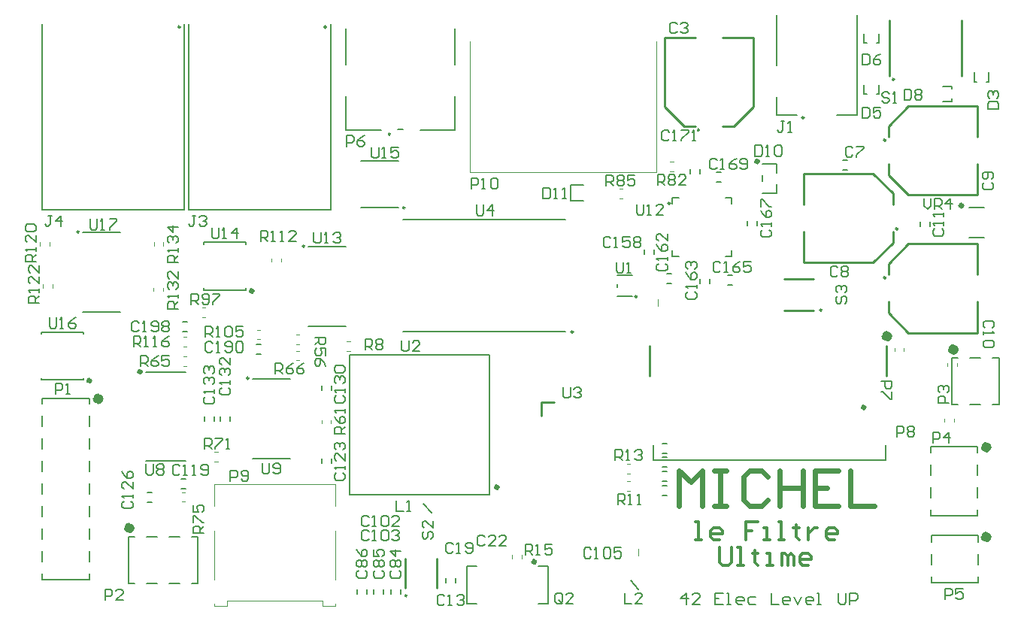
<source format=gbr>
G04 Layer_Color=65535*
%FSLAX45Y45*%
%MOMM*%
%TF.FileFunction,Legend,Top*%
%TF.Part,Single*%
G01*
G75*
%TA.AperFunction,NonConductor*%
%ADD79C,0.50000*%
%ADD96C,0.25000*%
%ADD144C,0.20000*%
%ADD145C,0.25400*%
%ADD146C,0.10000*%
%ADD147C,0.15000*%
%ADD148C,0.15240*%
%ADD186C,1.00000*%
%ADD187C,0.60000*%
%ADD188C,0.35000*%
D79*
X5350000Y10410000D02*
G03*
X5350000Y10410000I-10000J0D01*
G01*
X3520000Y9400000D02*
G03*
X3520000Y9400000I-10000J0D01*
G01*
X11040000Y11870000D02*
G03*
X11040000Y11870000I-10000J0D01*
G01*
X13339999Y11370000D02*
G03*
X13339999Y11370000I-10000J0D01*
G01*
X12240000Y9099200D02*
G03*
X12240000Y9099200I-10000J0D01*
G01*
X4090000Y9500000D02*
G03*
X4090000Y9500000I-10000J0D01*
G01*
X8110000Y8200000D02*
G03*
X8110000Y8200000I-10000J0D01*
G01*
X8530000Y7360000D02*
G03*
X8530000Y7360000I-10000J0D01*
G01*
D96*
X9675000Y10347500D02*
G03*
X9675000Y10347500I-10000J0D01*
G01*
X8960000Y9950001D02*
G03*
X8960000Y9950001I-12500J0D01*
G01*
X5935000Y10917499D02*
G03*
X5935000Y10917499I-10000J0D01*
G01*
X3394999Y11077500D02*
G03*
X3394999Y11077500I-10000J0D01*
G01*
X7062500Y11348500D02*
G03*
X7062500Y11348500I-10000J0D01*
G01*
X10049999Y11397500D02*
G03*
X10049999Y11397500I-10000J0D01*
G01*
X10380000Y12222800D02*
G03*
X10380000Y12222800I-10000J0D01*
G01*
X12477500Y12110000D02*
G03*
X12477500Y12110000I-10000J0D01*
G01*
Y10560000D02*
G03*
X12477500Y10560000I-10000J0D01*
G01*
X12612500Y11110000D02*
G03*
X12612500Y11110000I-10000J0D01*
G01*
X5305000Y9427500D02*
G03*
X5305000Y9427500I-10000J0D01*
G01*
X11760000Y10197500D02*
G03*
X11760000Y10197500I-10000J0D01*
G01*
X7087500Y6980000D02*
G03*
X7087500Y6980000I-10000J0D01*
G01*
X4532499Y13382751D02*
G03*
X4532499Y13382751I-10000J0D01*
G01*
X6177500D02*
G03*
X6177500Y13382751I-10000J0D01*
G01*
X6900501Y12179581D02*
G03*
X6900501Y12179581I-10000J0D01*
G01*
X11556800Y12361600D02*
G03*
X11556800Y12361600I-10000J0D01*
G01*
X12575302Y12793600D02*
G03*
X12575302Y12793600I-10000J0D01*
G01*
X10990000Y12487800D02*
Y13265300D01*
X10642400D02*
X10990000D01*
X9990000D02*
X10337600D01*
X9990000Y12487800D02*
Y13265300D01*
X10767500Y12265300D02*
X10990000Y12487800D01*
X9990000D02*
X10212500Y12265300D01*
X10337600D01*
X10640500D02*
X10767500D01*
X12732500Y11490000D02*
X13510001D01*
Y11837600D01*
Y12142400D02*
Y12490000D01*
X12732500D02*
X13510001D01*
X12510000Y11712500D02*
X12732500Y11490000D01*
X12510000Y12267500D02*
X12732500Y12490000D01*
X12510000Y12142400D02*
Y12267500D01*
Y11712500D02*
Y11839500D01*
X12732500Y9940000D02*
X13510001D01*
Y10287600D01*
Y10592400D02*
Y10940000D01*
X12732500D02*
X13510001D01*
X12510000Y10162500D02*
X12732500Y9940000D01*
X12510000Y10717500D02*
X12732500Y10940000D01*
X12510000Y10592400D02*
Y10717500D01*
Y10162500D02*
Y10289500D01*
X11560000Y11730000D02*
X12337500D01*
X11560000Y11382400D02*
Y11730000D01*
Y10730000D02*
Y11077600D01*
Y10730000D02*
X12337500D01*
Y11730000D02*
X12560000Y11507500D01*
X12337500Y10730000D02*
X12560000Y10952500D01*
Y11077600D01*
Y11380500D02*
Y11507500D01*
D144*
X7040000Y9952000D02*
X8870000D01*
X7040000Y11218000D02*
X8870000D01*
X9605000Y7151270D02*
X9695000Y7051270D01*
X7275000Y8010000D02*
X7365000Y7910000D01*
X13414999Y11007500D02*
X13585001D01*
X13414999Y11352500D02*
X13585001D01*
X6442600Y9687400D02*
X8017400D01*
X6442600Y8112600D02*
X8017400D01*
X6442600D02*
Y9687400D01*
X8017400Y8112600D02*
Y9687400D01*
X8675000Y6887500D02*
Y7312500D01*
X8570000Y6887500D02*
X8675000D01*
X8570000Y7312500D02*
X8675000D01*
X7765000Y6887500D02*
X7870000D01*
X7765000Y7312500D02*
X7870000D01*
X7765000Y6887500D02*
Y7312500D01*
X9447500Y10734961D02*
Y10634994D01*
X9467494Y10615000D01*
X9507481D01*
X9527474Y10634994D01*
Y10734961D01*
X9567461Y10615000D02*
X9607448D01*
X9587455D01*
Y10734961D01*
X9567461Y10714968D01*
X7870000Y11379961D02*
Y11279994D01*
X7889994Y11260000D01*
X7929981D01*
X7949974Y11279994D01*
Y11379961D01*
X8049942Y11260000D02*
Y11379961D01*
X7989961Y11319981D01*
X8069935D01*
X9435000Y8502500D02*
Y8622461D01*
X9494981D01*
X9514974Y8602468D01*
Y8562480D01*
X9494981Y8542487D01*
X9435000D01*
X9474987D02*
X9514974Y8502500D01*
X9554961D02*
X9594948D01*
X9574955D01*
Y8622461D01*
X9554961Y8602468D01*
X9654929D02*
X9674922Y8622461D01*
X9714909D01*
X9734903Y8602468D01*
Y8582474D01*
X9714909Y8562480D01*
X9694916D01*
X9714909D01*
X9734903Y8542487D01*
Y8522493D01*
X9714909Y8502500D01*
X9674922D01*
X9654929Y8522493D01*
X8847500Y9324961D02*
Y9224993D01*
X8867494Y9205000D01*
X8907481D01*
X8927474Y9224993D01*
Y9324961D01*
X8967461Y9304968D02*
X8987455Y9324961D01*
X9027442D01*
X9047435Y9304968D01*
Y9284974D01*
X9027442Y9264980D01*
X9007448D01*
X9027442D01*
X9047435Y9244987D01*
Y9224993D01*
X9027442Y9205000D01*
X8987455D01*
X8967461Y9224993D01*
X12687500Y12682461D02*
Y12562500D01*
X12747481D01*
X12767474Y12582494D01*
Y12662468D01*
X12747481Y12682461D01*
X12687500D01*
X12807462Y12662468D02*
X12827455Y12682461D01*
X12867442D01*
X12887434Y12662468D01*
Y12642474D01*
X12867442Y12622481D01*
X12887434Y12602487D01*
Y12582494D01*
X12867442Y12562500D01*
X12827455D01*
X12807462Y12582494D01*
Y12602487D01*
X12827455Y12622481D01*
X12807462Y12642474D01*
Y12662468D01*
X12827455Y12622481D02*
X12867442D01*
X6040000Y11068962D02*
Y10968994D01*
X6059994Y10949001D01*
X6099981D01*
X6119974Y10968994D01*
Y11068962D01*
X6159961Y10949001D02*
X6199948D01*
X6179955D01*
Y11068962D01*
X6159961Y11048969D01*
X6259929D02*
X6279923Y11068962D01*
X6319910D01*
X6339903Y11048969D01*
Y11028975D01*
X6319910Y11008981D01*
X6299916D01*
X6319910D01*
X6339903Y10988988D01*
Y10968994D01*
X6319910Y10949001D01*
X6279923D01*
X6259929Y10968994D01*
X3519999Y11219961D02*
Y11119994D01*
X3539993Y11100000D01*
X3579980D01*
X3599973Y11119994D01*
Y11219961D01*
X3639960Y11100000D02*
X3679947D01*
X3659954D01*
Y11219961D01*
X3639960Y11199968D01*
X3739928Y11219961D02*
X3819902D01*
Y11199968D01*
X3739928Y11119994D01*
Y11100000D01*
X8422500Y7437500D02*
Y7557461D01*
X8482481D01*
X8502474Y7537468D01*
Y7497481D01*
X8482481Y7477487D01*
X8422500D01*
X8462487D02*
X8502474Y7437500D01*
X8542461D02*
X8582448D01*
X8562455D01*
Y7557461D01*
X8542461Y7537468D01*
X8722403Y7557461D02*
X8642429D01*
Y7497481D01*
X8682416Y7517474D01*
X8702410D01*
X8722403Y7497481D01*
Y7457494D01*
X8702410Y7437500D01*
X8662423D01*
X8642429Y7457494D01*
X9461000Y8005000D02*
Y8124961D01*
X9520980D01*
X9540974Y8104968D01*
Y8064981D01*
X9520980Y8044987D01*
X9461000D01*
X9500987D02*
X9540974Y8005000D01*
X9580961D02*
X9620948D01*
X9600955D01*
Y8124961D01*
X9580961Y8104968D01*
X9680929Y8005000D02*
X9720916D01*
X9700922D01*
Y8124961D01*
X9680929Y8104968D01*
X6617500Y9747500D02*
Y9867461D01*
X6677481D01*
X6697474Y9847468D01*
Y9807481D01*
X6677481Y9787487D01*
X6617500D01*
X6657487D02*
X6697474Y9747500D01*
X6737461Y9847468D02*
X6757455Y9867461D01*
X6797442D01*
X6817435Y9847468D01*
Y9827474D01*
X6797442Y9807481D01*
X6817435Y9787487D01*
Y9767494D01*
X6797442Y9747500D01*
X6757455D01*
X6737461Y9767494D01*
Y9787487D01*
X6757455Y9807481D01*
X6737461Y9827474D01*
Y9847468D01*
X6757455Y9807481D02*
X6797442D01*
X9540000Y7009961D02*
Y6890000D01*
X9619974D01*
X9739935D02*
X9659961D01*
X9739935Y6969974D01*
Y6989968D01*
X9719942Y7009961D01*
X9679955D01*
X9659961Y6989968D01*
X6970000Y8049961D02*
Y7930000D01*
X7049974D01*
X7089961D02*
X7129948D01*
X7109955D01*
Y8049961D01*
X7089961Y8029968D01*
X9159974Y7499968D02*
X9139980Y7519961D01*
X9099993D01*
X9080000Y7499968D01*
Y7419994D01*
X9099993Y7400000D01*
X9139980D01*
X9159974Y7419994D01*
X9199961Y7400000D02*
X9239948D01*
X9219955D01*
Y7519961D01*
X9199961Y7499968D01*
X9299929D02*
X9319922Y7519961D01*
X9359909D01*
X9379903Y7499968D01*
Y7419994D01*
X9359909Y7400000D01*
X9319922D01*
X9299929Y7419994D01*
Y7499968D01*
X9499864Y7519961D02*
X9419890D01*
Y7459981D01*
X9459877Y7479974D01*
X9479871D01*
X9499864Y7459981D01*
Y7419994D01*
X9479871Y7400000D01*
X9439884D01*
X9419890Y7419994D01*
X6659974Y7699968D02*
X6639981Y7719961D01*
X6599994D01*
X6580000Y7699968D01*
Y7619994D01*
X6599994Y7600000D01*
X6639981D01*
X6659974Y7619994D01*
X6699961Y7600000D02*
X6739948D01*
X6719955D01*
Y7719961D01*
X6699961Y7699968D01*
X6799929D02*
X6819923Y7719961D01*
X6859910D01*
X6879903Y7699968D01*
Y7619994D01*
X6859910Y7600000D01*
X6819923D01*
X6799929Y7619994D01*
Y7699968D01*
X6919890D02*
X6939884Y7719961D01*
X6979871D01*
X6999864Y7699968D01*
Y7679974D01*
X6979871Y7659981D01*
X6959877D01*
X6979871D01*
X6999864Y7639987D01*
Y7619994D01*
X6979871Y7600000D01*
X6939884D01*
X6919890Y7619994D01*
X6659974Y7859968D02*
X6639981Y7879961D01*
X6599994D01*
X6580000Y7859968D01*
Y7779994D01*
X6599994Y7760000D01*
X6639981D01*
X6659974Y7779994D01*
X6699961Y7760000D02*
X6739948D01*
X6719955D01*
Y7879961D01*
X6699961Y7859968D01*
X6799929D02*
X6819923Y7879961D01*
X6859910D01*
X6879903Y7859968D01*
Y7779994D01*
X6859910Y7760000D01*
X6819923D01*
X6799929Y7779994D01*
Y7859968D01*
X6999864Y7760000D02*
X6919890D01*
X6999864Y7839974D01*
Y7859968D01*
X6979871Y7879961D01*
X6939884D01*
X6919890Y7859968D01*
X6540032Y7259974D02*
X6520039Y7239980D01*
Y7199993D01*
X6540032Y7180000D01*
X6620006D01*
X6640000Y7199993D01*
Y7239980D01*
X6620006Y7259974D01*
X6540032Y7299961D02*
X6520039Y7319955D01*
Y7359942D01*
X6540032Y7379935D01*
X6560025D01*
X6580019Y7359942D01*
X6600013Y7379935D01*
X6620006D01*
X6640000Y7359942D01*
Y7319955D01*
X6620006Y7299961D01*
X6600013D01*
X6580019Y7319955D01*
X6560025Y7299961D01*
X6540032D01*
X6580019Y7319955D02*
Y7359942D01*
X6520039Y7499896D02*
X6540032Y7459909D01*
X6580019Y7419922D01*
X6620006D01*
X6640000Y7439916D01*
Y7479903D01*
X6620006Y7499896D01*
X6600013D01*
X6580019Y7479903D01*
Y7419922D01*
X6730032Y7259974D02*
X6710039Y7239980D01*
Y7199993D01*
X6730032Y7180000D01*
X6810006D01*
X6830000Y7199993D01*
Y7239980D01*
X6810006Y7259974D01*
X6730032Y7299961D02*
X6710039Y7319955D01*
Y7359942D01*
X6730032Y7379935D01*
X6750026D01*
X6770019Y7359942D01*
X6790013Y7379935D01*
X6810006D01*
X6830000Y7359942D01*
Y7319955D01*
X6810006Y7299961D01*
X6790013D01*
X6770019Y7319955D01*
X6750026Y7299961D01*
X6730032D01*
X6770019Y7319955D02*
Y7359942D01*
X6710039Y7499896D02*
Y7419922D01*
X6770019D01*
X6750026Y7459909D01*
Y7479903D01*
X6770019Y7499896D01*
X6810006D01*
X6830000Y7479903D01*
Y7439916D01*
X6810006Y7419922D01*
X6920032Y7259974D02*
X6900039Y7239980D01*
Y7199993D01*
X6920032Y7180000D01*
X7000006D01*
X7020000Y7199993D01*
Y7239980D01*
X7000006Y7259974D01*
X6920032Y7299961D02*
X6900039Y7319955D01*
Y7359942D01*
X6920032Y7379935D01*
X6940025D01*
X6960019Y7359942D01*
X6980013Y7379935D01*
X7000006D01*
X7020000Y7359942D01*
Y7319955D01*
X7000006Y7299961D01*
X6980013D01*
X6960019Y7319955D01*
X6940025Y7299961D01*
X6920032D01*
X6960019Y7319955D02*
Y7359942D01*
X7020000Y7479903D02*
X6900039D01*
X6960019Y7419922D01*
Y7499896D01*
X7964974Y7637468D02*
X7944981Y7657461D01*
X7904994D01*
X7885000Y7637468D01*
Y7557494D01*
X7904994Y7537500D01*
X7944981D01*
X7964974Y7557494D01*
X8084935Y7537500D02*
X8004961D01*
X8084935Y7617474D01*
Y7637468D01*
X8064942Y7657461D01*
X8024955D01*
X8004961Y7637468D01*
X8204896Y7537500D02*
X8124922D01*
X8204896Y7617474D01*
Y7637468D01*
X8184903Y7657461D01*
X8144916D01*
X8124922Y7637468D01*
X7607474Y7557468D02*
X7587481Y7577461D01*
X7547494D01*
X7527500Y7557468D01*
Y7477494D01*
X7547494Y7457500D01*
X7587481D01*
X7607474Y7477494D01*
X7647461Y7457500D02*
X7687448D01*
X7667455D01*
Y7577461D01*
X7647461Y7557468D01*
X7747429Y7477494D02*
X7767423Y7457500D01*
X7807410D01*
X7827403Y7477494D01*
Y7557468D01*
X7807410Y7577461D01*
X7767423D01*
X7747429Y7557468D01*
Y7537474D01*
X7767423Y7517481D01*
X7827403D01*
X7509974Y6969968D02*
X7489981Y6989961D01*
X7449994D01*
X7430000Y6969968D01*
Y6889994D01*
X7449994Y6870000D01*
X7489981D01*
X7509974Y6889994D01*
X7549961Y6870000D02*
X7589948D01*
X7569955D01*
Y6989961D01*
X7549961Y6969968D01*
X7649929D02*
X7669923Y6989961D01*
X7709910D01*
X7729903Y6969968D01*
Y6949974D01*
X7709910Y6929981D01*
X7689916D01*
X7709910D01*
X7729903Y6909987D01*
Y6889994D01*
X7709910Y6870000D01*
X7669923D01*
X7649929Y6889994D01*
X5460000Y8469961D02*
Y8369994D01*
X5479994Y8350000D01*
X5519981D01*
X5539974Y8369994D01*
Y8469961D01*
X5579961Y8369994D02*
X5599955Y8350000D01*
X5639942D01*
X5659935Y8369994D01*
Y8449968D01*
X5639942Y8469961D01*
X5599955D01*
X5579961Y8449968D01*
Y8429974D01*
X5599955Y8409981D01*
X5659935D01*
X4150000Y8459961D02*
Y8359994D01*
X4169994Y8340000D01*
X4209981D01*
X4229974Y8359994D01*
Y8459961D01*
X4269961Y8439968D02*
X4289955Y8459961D01*
X4329942D01*
X4349935Y8439968D01*
Y8419974D01*
X4329942Y8399981D01*
X4349935Y8379987D01*
Y8359994D01*
X4329942Y8340000D01*
X4289955D01*
X4269961Y8359994D01*
Y8379987D01*
X4289955Y8399981D01*
X4269961Y8419974D01*
Y8439968D01*
X4289955Y8399981D02*
X4329942D01*
X4800000Y7680000D02*
X4680039D01*
Y7739980D01*
X4700032Y7759974D01*
X4740019D01*
X4760013Y7739980D01*
Y7680000D01*
Y7719987D02*
X4800000Y7759974D01*
X4680039Y7799961D02*
Y7879935D01*
X4700032D01*
X4780006Y7799961D01*
X4800000D01*
X4680039Y7999896D02*
Y7919922D01*
X4740019D01*
X4720026Y7959909D01*
Y7979903D01*
X4740019Y7999896D01*
X4780006D01*
X4800000Y7979903D01*
Y7939916D01*
X4780006Y7919922D01*
X4810000Y8630000D02*
Y8749961D01*
X4869981D01*
X4889974Y8729968D01*
Y8689981D01*
X4869981Y8669987D01*
X4810000D01*
X4849987D02*
X4889974Y8630000D01*
X4929961Y8749961D02*
X5009935D01*
Y8729968D01*
X4929961Y8649994D01*
Y8630000D01*
X5049922D02*
X5089909D01*
X5069916D01*
Y8749961D01*
X5049922Y8729968D01*
X5607500Y9475000D02*
Y9594961D01*
X5667481D01*
X5687474Y9574968D01*
Y9534981D01*
X5667481Y9514987D01*
X5607500D01*
X5647487D02*
X5687474Y9475000D01*
X5807435Y9594961D02*
X5767448Y9574968D01*
X5727461Y9534981D01*
Y9494994D01*
X5747455Y9475000D01*
X5787442D01*
X5807435Y9494994D01*
Y9514987D01*
X5787442Y9534981D01*
X5727461D01*
X5927397Y9594961D02*
X5887409Y9574968D01*
X5847422Y9534981D01*
Y9494994D01*
X5867416Y9475000D01*
X5907403D01*
X5927397Y9494994D01*
Y9514987D01*
X5907403Y9534981D01*
X5847422D01*
X4090000Y9560000D02*
Y9679961D01*
X4149981D01*
X4169974Y9659968D01*
Y9619981D01*
X4149981Y9599987D01*
X4090000D01*
X4129987D02*
X4169974Y9560000D01*
X4289935Y9679961D02*
X4249948Y9659968D01*
X4209961Y9619981D01*
Y9579994D01*
X4229955Y9560000D01*
X4269942D01*
X4289935Y9579994D01*
Y9599987D01*
X4269942Y9619981D01*
X4209961D01*
X4409896Y9679961D02*
X4329922D01*
Y9619981D01*
X4369909Y9639974D01*
X4389903D01*
X4409896Y9619981D01*
Y9579994D01*
X4389903Y9560000D01*
X4349916D01*
X4329922Y9579994D01*
X6390000Y8800000D02*
X6270039D01*
Y8859981D01*
X6290032Y8879974D01*
X6330019D01*
X6350013Y8859981D01*
Y8800000D01*
Y8839987D02*
X6390000Y8879974D01*
X6270039Y8999935D02*
X6290032Y8959948D01*
X6330019Y8919961D01*
X6370006D01*
X6390000Y8939955D01*
Y8979942D01*
X6370006Y8999935D01*
X6350013D01*
X6330019Y8979942D01*
Y8919961D01*
X6390000Y9039922D02*
Y9079909D01*
Y9059916D01*
X6270039D01*
X6290032Y9039922D01*
X6052500Y9885000D02*
X6172461D01*
Y9825019D01*
X6152468Y9805026D01*
X6112481D01*
X6092487Y9825019D01*
Y9885000D01*
Y9845013D02*
X6052500Y9805026D01*
X6172461Y9685065D02*
Y9765039D01*
X6112481D01*
X6132474Y9725052D01*
Y9705058D01*
X6112481Y9685065D01*
X6072494D01*
X6052500Y9705058D01*
Y9745045D01*
X6072494Y9765039D01*
X6172461Y9565104D02*
X6152468Y9605091D01*
X6112481Y9645078D01*
X6072494D01*
X6052500Y9625084D01*
Y9585097D01*
X6072494Y9565104D01*
X6092487D01*
X6112481Y9585097D01*
Y9645078D01*
X4820032Y9219974D02*
X4800039Y9199981D01*
Y9159994D01*
X4820032Y9140000D01*
X4900006D01*
X4920000Y9159994D01*
Y9199981D01*
X4900006Y9219974D01*
X4920000Y9259961D02*
Y9299948D01*
Y9279955D01*
X4800039D01*
X4820032Y9259961D01*
Y9359929D02*
X4800039Y9379923D01*
Y9419910D01*
X4820032Y9439903D01*
X4840026D01*
X4860019Y9419910D01*
Y9399916D01*
Y9419910D01*
X4880013Y9439903D01*
X4900006D01*
X4920000Y9419910D01*
Y9379923D01*
X4900006Y9359929D01*
X4820032Y9479890D02*
X4800039Y9499884D01*
Y9539871D01*
X4820032Y9559864D01*
X4840026D01*
X4860019Y9539871D01*
Y9519877D01*
Y9539871D01*
X4880013Y9559864D01*
X4900006D01*
X4920000Y9539871D01*
Y9499884D01*
X4900006Y9479890D01*
X5000032Y9319974D02*
X4980039Y9299981D01*
Y9259994D01*
X5000032Y9240000D01*
X5080006D01*
X5100000Y9259994D01*
Y9299981D01*
X5080006Y9319974D01*
X5100000Y9359961D02*
Y9399948D01*
Y9379955D01*
X4980039D01*
X5000032Y9359961D01*
Y9459929D02*
X4980039Y9479923D01*
Y9519910D01*
X5000032Y9539903D01*
X5020026D01*
X5040019Y9519910D01*
Y9499916D01*
Y9519910D01*
X5060013Y9539903D01*
X5080006D01*
X5100000Y9519910D01*
Y9479923D01*
X5080006Y9459929D01*
X5100000Y9659864D02*
Y9579890D01*
X5020026Y9659864D01*
X5000032D01*
X4980039Y9639871D01*
Y9599884D01*
X5000032Y9579890D01*
X6290032Y9229974D02*
X6270039Y9209981D01*
Y9169994D01*
X6290032Y9150000D01*
X6370006D01*
X6390000Y9169994D01*
Y9209981D01*
X6370006Y9229974D01*
X6390000Y9269961D02*
Y9309948D01*
Y9289955D01*
X6270039D01*
X6290032Y9269961D01*
Y9369929D02*
X6270039Y9389923D01*
Y9429910D01*
X6290032Y9449903D01*
X6310026D01*
X6330019Y9429910D01*
Y9409916D01*
Y9429910D01*
X6350013Y9449903D01*
X6370006D01*
X6390000Y9429910D01*
Y9389923D01*
X6370006Y9369929D01*
X6290032Y9489890D02*
X6270039Y9509884D01*
Y9549871D01*
X6290032Y9569864D01*
X6370006D01*
X6390000Y9549871D01*
Y9509884D01*
X6370006Y9489890D01*
X6290032D01*
X3900032Y8039974D02*
X3880039Y8019981D01*
Y7979994D01*
X3900032Y7960000D01*
X3980006D01*
X4000000Y7979994D01*
Y8019981D01*
X3980006Y8039974D01*
X4000000Y8079961D02*
Y8119948D01*
Y8099955D01*
X3880039D01*
X3900032Y8079961D01*
X4000000Y8259903D02*
Y8179929D01*
X3920026Y8259903D01*
X3900032D01*
X3880039Y8239910D01*
Y8199923D01*
X3900032Y8179929D01*
X3880039Y8379864D02*
X3900032Y8339877D01*
X3940019Y8299890D01*
X3980006D01*
X4000000Y8319884D01*
Y8359871D01*
X3980006Y8379864D01*
X3960013D01*
X3940019Y8359871D01*
Y8299890D01*
X6290032Y8359974D02*
X6270039Y8339981D01*
Y8299994D01*
X6290032Y8280000D01*
X6370006D01*
X6390000Y8299994D01*
Y8339981D01*
X6370006Y8359974D01*
X6390000Y8399961D02*
Y8439948D01*
Y8419955D01*
X6270039D01*
X6290032Y8399961D01*
X6390000Y8579903D02*
Y8499929D01*
X6310026Y8579903D01*
X6290032D01*
X6270039Y8559909D01*
Y8519923D01*
X6290032Y8499929D01*
Y8619890D02*
X6270039Y8639884D01*
Y8679871D01*
X6290032Y8699864D01*
X6310026D01*
X6330019Y8679871D01*
Y8659877D01*
Y8679871D01*
X6350013Y8699864D01*
X6370006D01*
X6390000Y8679871D01*
Y8639884D01*
X6370006Y8619890D01*
X4529974Y8433607D02*
X4509981Y8453601D01*
X4469994D01*
X4450000Y8433607D01*
Y8353633D01*
X4469994Y8333640D01*
X4509981D01*
X4529974Y8353633D01*
X4569961Y8333640D02*
X4609948D01*
X4589955D01*
Y8453601D01*
X4569961Y8433607D01*
X4669929Y8333640D02*
X4709916D01*
X4689923D01*
Y8453601D01*
X4669929Y8433607D01*
X4769897Y8353633D02*
X4789890Y8333640D01*
X4829877D01*
X4849871Y8353633D01*
Y8433607D01*
X4829877Y8453601D01*
X4789890D01*
X4769897Y8433607D01*
Y8413614D01*
X4789890Y8393620D01*
X4849871D01*
X9675000Y11387461D02*
Y11287494D01*
X9694994Y11267500D01*
X9734981D01*
X9754974Y11287494D01*
Y11387461D01*
X9794961Y11267500D02*
X9834948D01*
X9814955D01*
Y11387461D01*
X9794961Y11367468D01*
X9974903Y11267500D02*
X9894929D01*
X9974903Y11347474D01*
Y11367468D01*
X9954909Y11387461D01*
X9914923D01*
X9894929Y11367468D01*
X13189999Y9145000D02*
X13070039D01*
Y9204981D01*
X13090031Y9224974D01*
X13130019D01*
X13150014Y9204981D01*
Y9145000D01*
X13090031Y9264961D02*
X13070039Y9284955D01*
Y9324942D01*
X13090031Y9344935D01*
X13110027D01*
X13130019Y9324942D01*
Y9304948D01*
Y9324942D01*
X13150014Y9344935D01*
X13170006D01*
X13189999Y9324942D01*
Y9284955D01*
X13170006Y9264961D01*
X3690000Y6930000D02*
Y7049961D01*
X3749981D01*
X3769974Y7029968D01*
Y6989981D01*
X3749981Y6969987D01*
X3690000D01*
X3889935Y6930000D02*
X3809961D01*
X3889935Y7009974D01*
Y7029968D01*
X3869942Y7049961D01*
X3829955D01*
X3809961Y7029968D01*
X3130000Y9250000D02*
Y9369961D01*
X3189981D01*
X3209974Y9349968D01*
Y9309981D01*
X3189981Y9289987D01*
X3130000D01*
X3249961Y9250000D02*
X3289948D01*
X3269955D01*
Y9369961D01*
X3249961Y9349968D01*
X5100000Y8270000D02*
Y8389961D01*
X5159981D01*
X5179974Y8369968D01*
Y8329981D01*
X5159981Y8309987D01*
X5100000D01*
X5219961Y8289994D02*
X5239955Y8270000D01*
X5279942D01*
X5299935Y8289994D01*
Y8369968D01*
X5279942Y8389961D01*
X5239955D01*
X5219961Y8369968D01*
Y8349974D01*
X5239955Y8329981D01*
X5299935D01*
X12427500Y9392500D02*
X12547461D01*
Y9332519D01*
X12527468Y9312526D01*
X12487480D01*
X12467487Y9332519D01*
Y9392500D01*
X12547461Y9272539D02*
Y9192565D01*
X12527468D01*
X12447494Y9272539D01*
X12427500D01*
X12220000Y13077541D02*
Y12957581D01*
X12279981D01*
X12299974Y12977573D01*
Y13057549D01*
X12279981Y13077541D01*
X12220000D01*
X12419935D02*
X12379948Y13057549D01*
X12339961Y13017560D01*
Y12977573D01*
X12359955Y12957581D01*
X12399942D01*
X12419935Y12977573D01*
Y12997568D01*
X12399942Y13017560D01*
X12339961D01*
X12220000Y12479961D02*
Y12360000D01*
X12279981D01*
X12299974Y12379994D01*
Y12459968D01*
X12279981Y12479961D01*
X12220000D01*
X12419935D02*
X12339961D01*
Y12419980D01*
X12379948Y12439974D01*
X12399942D01*
X12419935Y12419980D01*
Y12379994D01*
X12399942Y12360000D01*
X12359955D01*
X12339961Y12379994D01*
X13630038Y12460000D02*
X13750000D01*
Y12519981D01*
X13730006Y12539974D01*
X13650032D01*
X13630038Y12519981D01*
Y12460000D01*
X13650032Y12579961D02*
X13630038Y12599955D01*
Y12639942D01*
X13650032Y12659935D01*
X13670026D01*
X13690019Y12639942D01*
Y12619948D01*
Y12639942D01*
X13710013Y12659935D01*
X13730006D01*
X13750000Y12639942D01*
Y12599955D01*
X13730006Y12579961D01*
X13030032Y11109974D02*
X13010039Y11089981D01*
Y11049994D01*
X13030032Y11030000D01*
X13110007D01*
X13130000Y11049994D01*
Y11089981D01*
X13110007Y11109974D01*
X13130000Y11149961D02*
Y11189948D01*
Y11169955D01*
X13010039D01*
X13030032Y11149961D01*
X13130000Y11249929D02*
Y11289916D01*
Y11269923D01*
X13010039D01*
X13030032Y11249929D01*
X13677467Y9995026D02*
X13697461Y10015019D01*
Y10055006D01*
X13677467Y10075000D01*
X13597495D01*
X13577499Y10055006D01*
Y10015019D01*
X13597495Y9995026D01*
X13577499Y9955039D02*
Y9915052D01*
Y9935045D01*
X13697461D01*
X13677467Y9955039D01*
Y9855071D02*
X13697461Y9835077D01*
Y9795090D01*
X13677467Y9775097D01*
X13597495D01*
X13577499Y9795090D01*
Y9835077D01*
X13597495Y9855071D01*
X13677467D01*
X13590031Y11629974D02*
X13570039Y11609981D01*
Y11569994D01*
X13590031Y11550000D01*
X13670006D01*
X13689999Y11569994D01*
Y11609981D01*
X13670006Y11629974D01*
Y11669961D02*
X13689999Y11689955D01*
Y11729942D01*
X13670006Y11749935D01*
X13590031D01*
X13570039Y11729942D01*
Y11689955D01*
X13590031Y11669961D01*
X13610027D01*
X13630019Y11689955D01*
Y11749935D01*
X11939974Y10669968D02*
X11919980Y10689961D01*
X11879994D01*
X11860000Y10669968D01*
Y10589994D01*
X11879994Y10570000D01*
X11919980D01*
X11939974Y10589994D01*
X11979961Y10669968D02*
X11999955Y10689961D01*
X12039942D01*
X12059935Y10669968D01*
Y10649974D01*
X12039942Y10629981D01*
X12059935Y10609987D01*
Y10589994D01*
X12039942Y10570000D01*
X11999955D01*
X11979961Y10589994D01*
Y10609987D01*
X11999955Y10629981D01*
X11979961Y10649974D01*
Y10669968D01*
X11999955Y10629981D02*
X12039942D01*
X12109975Y12019968D02*
X12089981Y12039961D01*
X12049994D01*
X12030000Y12019968D01*
Y11939994D01*
X12049994Y11920000D01*
X12089981D01*
X12109975Y11939994D01*
X12149961Y12039961D02*
X12229936D01*
Y12019968D01*
X12149961Y11939994D01*
Y11920000D01*
X10129974Y13415268D02*
X10109981Y13435262D01*
X10069994D01*
X10050000Y13415268D01*
Y13335294D01*
X10069994Y13315300D01*
X10109981D01*
X10129974Y13335294D01*
X10169961Y13415268D02*
X10189955Y13435262D01*
X10229942D01*
X10249935Y13415268D01*
Y13395274D01*
X10229942Y13375281D01*
X10209948D01*
X10229942D01*
X10249935Y13355287D01*
Y13335294D01*
X10229942Y13315300D01*
X10189955D01*
X10169961Y13335294D01*
X12605000Y8770000D02*
Y8889961D01*
X12664981D01*
X12684974Y8869968D01*
Y8829981D01*
X12664981Y8809987D01*
X12605000D01*
X12724961Y8869968D02*
X12744955Y8889961D01*
X12784942D01*
X12804935Y8869968D01*
Y8849974D01*
X12784942Y8829981D01*
X12804935Y8809987D01*
Y8789994D01*
X12784942Y8770000D01*
X12744955D01*
X12724961Y8789994D01*
Y8809987D01*
X12744955Y8829981D01*
X12724961Y8849974D01*
Y8869968D01*
X12744955Y8829981D02*
X12784942D01*
X4899974Y9819968D02*
X4879981Y9839961D01*
X4839994D01*
X4820000Y9819968D01*
Y9739994D01*
X4839994Y9720000D01*
X4879981D01*
X4899974Y9739994D01*
X4939961Y9720000D02*
X4979948D01*
X4959955D01*
Y9839961D01*
X4939961Y9819968D01*
X5039929Y9739994D02*
X5059923Y9720000D01*
X5099910D01*
X5119903Y9739994D01*
Y9819968D01*
X5099910Y9839961D01*
X5059923D01*
X5039929Y9819968D01*
Y9799974D01*
X5059923Y9779981D01*
X5119903D01*
X5159890Y9819968D02*
X5179884Y9839961D01*
X5219871D01*
X5239864Y9819968D01*
Y9739994D01*
X5219871Y9720000D01*
X5179884D01*
X5159890Y9739994D01*
Y9819968D01*
X4069974Y10049968D02*
X4049980Y10069961D01*
X4009994D01*
X3990000Y10049968D01*
Y9969994D01*
X4009994Y9950000D01*
X4049980D01*
X4069974Y9969994D01*
X4109961Y9950000D02*
X4149948D01*
X4129955D01*
Y10069961D01*
X4109961Y10049968D01*
X4209929Y9969994D02*
X4229922Y9950000D01*
X4269909D01*
X4289903Y9969994D01*
Y10049968D01*
X4269909Y10069961D01*
X4229922D01*
X4209929Y10049968D01*
Y10029974D01*
X4229922Y10009980D01*
X4289903D01*
X4329890Y10049968D02*
X4349884Y10069961D01*
X4389871D01*
X4409864Y10049968D01*
Y10029974D01*
X4389871Y10009980D01*
X4409864Y9989987D01*
Y9969994D01*
X4389871Y9950000D01*
X4349884D01*
X4329890Y9969994D01*
Y9989987D01*
X4349884Y10009980D01*
X4329890Y10029974D01*
Y10049968D01*
X4349884Y10009980D02*
X4389871D01*
X4660000Y10260000D02*
Y10379961D01*
X4719981D01*
X4739974Y10359968D01*
Y10319981D01*
X4719981Y10299987D01*
X4660000D01*
X4699987D02*
X4739974Y10260000D01*
X4779961Y10279994D02*
X4799955Y10260000D01*
X4839942D01*
X4859935Y10279994D01*
Y10359968D01*
X4839942Y10379961D01*
X4799955D01*
X4779961Y10359968D01*
Y10339974D01*
X4799955Y10319981D01*
X4859935D01*
X4899922Y10379961D02*
X4979897D01*
Y10359968D01*
X4899922Y10279994D01*
Y10260000D01*
X4820000Y9890000D02*
Y10009961D01*
X4879981D01*
X4899974Y9989968D01*
Y9949981D01*
X4879981Y9929987D01*
X4820000D01*
X4859987D02*
X4899974Y9890000D01*
X4939961D02*
X4979948D01*
X4959955D01*
Y10009961D01*
X4939961Y9989968D01*
X5039929D02*
X5059923Y10009961D01*
X5099910D01*
X5119903Y9989968D01*
Y9909994D01*
X5099910Y9890000D01*
X5059923D01*
X5039929Y9909994D01*
Y9989968D01*
X5239864Y10009961D02*
X5159890D01*
Y9949981D01*
X5199877Y9969974D01*
X5219871D01*
X5239864Y9949981D01*
Y9909994D01*
X5219871Y9890000D01*
X5179884D01*
X5159890Y9909994D01*
X5440000Y10970000D02*
Y11089961D01*
X5499981D01*
X5519974Y11069968D01*
Y11029980D01*
X5499981Y11009987D01*
X5440000D01*
X5479987D02*
X5519974Y10970000D01*
X5559961D02*
X5599948D01*
X5579955D01*
Y11089961D01*
X5559961Y11069968D01*
X5659929Y10970000D02*
X5699916D01*
X5679923D01*
Y11089961D01*
X5659929Y11069968D01*
X5839871Y10970000D02*
X5759897D01*
X5839871Y11049974D01*
Y11069968D01*
X5819877Y11089961D01*
X5779890D01*
X5759897Y11069968D01*
X4010000Y9780000D02*
Y9899961D01*
X4069981D01*
X4089974Y9879968D01*
Y9839981D01*
X4069981Y9819987D01*
X4010000D01*
X4049987D02*
X4089974Y9780000D01*
X4129961D02*
X4169948D01*
X4149955D01*
Y9899961D01*
X4129961Y9879968D01*
X4229929Y9780000D02*
X4269916D01*
X4249923D01*
Y9899961D01*
X4229929Y9879968D01*
X4409871Y9899961D02*
X4369884Y9879968D01*
X4329897Y9839981D01*
Y9799994D01*
X4349890Y9780000D01*
X4389877D01*
X4409871Y9799994D01*
Y9819987D01*
X4389877Y9839981D01*
X4329897D01*
X9379974Y10999968D02*
X9359981Y11019961D01*
X9319994D01*
X9300000Y10999968D01*
Y10919994D01*
X9319994Y10900000D01*
X9359981D01*
X9379974Y10919994D01*
X9419961Y10900000D02*
X9459948D01*
X9439955D01*
Y11019961D01*
X9419961Y10999968D01*
X9599903Y11019961D02*
X9519929D01*
Y10959981D01*
X9559916Y10979974D01*
X9579909D01*
X9599903Y10959981D01*
Y10919994D01*
X9579909Y10900000D01*
X9539923D01*
X9519929Y10919994D01*
X9639890Y10999968D02*
X9659884Y11019961D01*
X9699871D01*
X9719864Y10999968D01*
Y10979974D01*
X9699871Y10959981D01*
X9719864Y10939987D01*
Y10919994D01*
X9699871Y10900000D01*
X9659884D01*
X9639890Y10919994D01*
Y10939987D01*
X9659884Y10959981D01*
X9639890Y10979974D01*
Y10999968D01*
X9659884Y10959981D02*
X9699871D01*
X9920032Y10714974D02*
X9900039Y10694981D01*
Y10654994D01*
X9920032Y10635000D01*
X10000006D01*
X10020000Y10654994D01*
Y10694981D01*
X10000006Y10714974D01*
X10020000Y10754961D02*
Y10794948D01*
Y10774955D01*
X9900039D01*
X9920032Y10754961D01*
X9900039Y10934903D02*
X9920032Y10894916D01*
X9960019Y10854929D01*
X10000006D01*
X10020000Y10874923D01*
Y10914910D01*
X10000006Y10934903D01*
X9980013D01*
X9960019Y10914910D01*
Y10854929D01*
X10020000Y11054864D02*
Y10974890D01*
X9940026Y11054864D01*
X9920032D01*
X9900039Y11034871D01*
Y10994884D01*
X9920032Y10974890D01*
X10250032Y10399974D02*
X10230039Y10379981D01*
Y10339994D01*
X10250032Y10320000D01*
X10330006D01*
X10350000Y10339994D01*
Y10379981D01*
X10330006Y10399974D01*
X10350000Y10439961D02*
Y10479948D01*
Y10459955D01*
X10230039D01*
X10250032Y10439961D01*
X10230039Y10619903D02*
X10250032Y10579916D01*
X10290019Y10539929D01*
X10330006D01*
X10350000Y10559922D01*
Y10599909D01*
X10330006Y10619903D01*
X10310013D01*
X10290019Y10599909D01*
Y10539929D01*
X10250032Y10659890D02*
X10230039Y10679884D01*
Y10719871D01*
X10250032Y10739864D01*
X10270026D01*
X10290019Y10719871D01*
Y10699877D01*
Y10719871D01*
X10310013Y10739864D01*
X10330006D01*
X10350000Y10719871D01*
Y10679884D01*
X10330006Y10659890D01*
X10619974Y10719968D02*
X10599981Y10739961D01*
X10559994D01*
X10540000Y10719968D01*
Y10639994D01*
X10559994Y10620000D01*
X10599981D01*
X10619974Y10639994D01*
X10659961Y10620000D02*
X10699948D01*
X10679955D01*
Y10739961D01*
X10659961Y10719968D01*
X10839903Y10739961D02*
X10799916Y10719968D01*
X10759929Y10679981D01*
Y10639994D01*
X10779923Y10620000D01*
X10819910D01*
X10839903Y10639994D01*
Y10659987D01*
X10819910Y10679981D01*
X10759929D01*
X10959864Y10739961D02*
X10879890D01*
Y10679981D01*
X10919877Y10699974D01*
X10939871D01*
X10959864Y10679981D01*
Y10639994D01*
X10939871Y10620000D01*
X10899884D01*
X10879890Y10639994D01*
X11090032Y11099974D02*
X11070039Y11079981D01*
Y11039994D01*
X11090032Y11020000D01*
X11170006D01*
X11190000Y11039994D01*
Y11079981D01*
X11170006Y11099974D01*
X11190000Y11139961D02*
Y11179948D01*
Y11159955D01*
X11070039D01*
X11090032Y11139961D01*
X11070039Y11319903D02*
X11090032Y11279916D01*
X11130019Y11239929D01*
X11170006D01*
X11190000Y11259923D01*
Y11299910D01*
X11170006Y11319903D01*
X11150013D01*
X11130019Y11299910D01*
Y11239929D01*
X11070039Y11359890D02*
Y11439864D01*
X11090032D01*
X11170006Y11359890D01*
X11190000D01*
X10579974Y11879968D02*
X10559981Y11899961D01*
X10519994D01*
X10500000Y11879968D01*
Y11799994D01*
X10519994Y11780000D01*
X10559981D01*
X10579974Y11799994D01*
X10619961Y11780000D02*
X10659948D01*
X10639955D01*
Y11899961D01*
X10619961Y11879968D01*
X10799903Y11899961D02*
X10759916Y11879968D01*
X10719929Y11839981D01*
Y11799994D01*
X10739923Y11780000D01*
X10779910D01*
X10799903Y11799994D01*
Y11819987D01*
X10779910Y11839981D01*
X10719929D01*
X10839890Y11799994D02*
X10859884Y11780000D01*
X10899871D01*
X10919864Y11799994D01*
Y11879968D01*
X10899871Y11899961D01*
X10859884D01*
X10839890Y11879968D01*
Y11859974D01*
X10859884Y11839981D01*
X10919864D01*
X10039974Y12199968D02*
X10019980Y12219961D01*
X9979994D01*
X9960000Y12199968D01*
Y12119994D01*
X9979994Y12100000D01*
X10019980D01*
X10039974Y12119994D01*
X10079961Y12100000D02*
X10119948D01*
X10099955D01*
Y12219961D01*
X10079961Y12199968D01*
X10179929Y12219961D02*
X10259903D01*
Y12199968D01*
X10179929Y12119994D01*
Y12100000D01*
X10299890D02*
X10339877D01*
X10319884D01*
Y12219961D01*
X10299890Y12199968D01*
X11010000Y12049961D02*
Y11930000D01*
X11069981D01*
X11089974Y11949994D01*
Y12029968D01*
X11069981Y12049961D01*
X11010000D01*
X11129961Y11930000D02*
X11169948D01*
X11149955D01*
Y12049961D01*
X11129961Y12029968D01*
X11229929D02*
X11249923Y12049961D01*
X11289910D01*
X11309903Y12029968D01*
Y11949994D01*
X11289910Y11930000D01*
X11249923D01*
X11229929Y11949994D01*
Y12029968D01*
X8622500Y11572461D02*
Y11452500D01*
X8682480D01*
X8702474Y11472494D01*
Y11552468D01*
X8682480Y11572461D01*
X8622500D01*
X8742461Y11452500D02*
X8782448D01*
X8762455D01*
Y11572461D01*
X8742461Y11552468D01*
X8842429Y11452500D02*
X8882416D01*
X8862422D01*
Y11572461D01*
X8842429Y11552468D01*
X13010001Y8700000D02*
Y8819961D01*
X13069980D01*
X13089973Y8799968D01*
Y8759981D01*
X13069980Y8739987D01*
X13010001D01*
X13189941Y8700000D02*
Y8819961D01*
X13129961Y8759981D01*
X13209935D01*
X13150000Y6940000D02*
Y7059961D01*
X13209979D01*
X13229974Y7039968D01*
Y6999981D01*
X13209979Y6979987D01*
X13150000D01*
X13349934Y7059961D02*
X13269962D01*
Y6999981D01*
X13309949Y7019974D01*
X13329942D01*
X13349934Y6999981D01*
Y6959994D01*
X13329942Y6940000D01*
X13289955D01*
X13269962Y6959994D01*
X9910000Y11600000D02*
Y11719961D01*
X9969981D01*
X9989974Y11699968D01*
Y11659980D01*
X9969981Y11639987D01*
X9910000D01*
X9949987D02*
X9989974Y11600000D01*
X10029961Y11699968D02*
X10049955Y11719961D01*
X10089942D01*
X10109935Y11699968D01*
Y11679974D01*
X10089942Y11659980D01*
X10109935Y11639987D01*
Y11619994D01*
X10089942Y11600000D01*
X10049955D01*
X10029961Y11619994D01*
Y11639987D01*
X10049955Y11659980D01*
X10029961Y11679974D01*
Y11699968D01*
X10049955Y11659980D02*
X10089942D01*
X10229896Y11600000D02*
X10149922D01*
X10229896Y11679974D01*
Y11699968D01*
X10209903Y11719961D01*
X10169916D01*
X10149922Y11699968D01*
X9332500Y11595000D02*
Y11714961D01*
X9392481D01*
X9412474Y11694968D01*
Y11654980D01*
X9392481Y11634987D01*
X9332500D01*
X9372487D02*
X9412474Y11595000D01*
X9452461Y11694968D02*
X9472455Y11714961D01*
X9512442D01*
X9532435Y11694968D01*
Y11674974D01*
X9512442Y11654980D01*
X9532435Y11634987D01*
Y11614994D01*
X9512442Y11595000D01*
X9472455D01*
X9452461Y11614994D01*
Y11634987D01*
X9472455Y11654980D01*
X9452461Y11674974D01*
Y11694968D01*
X9472455Y11654980D02*
X9512442D01*
X9652396Y11714961D02*
X9572422D01*
Y11654980D01*
X9612409Y11674974D01*
X9632403D01*
X9652396Y11654980D01*
Y11614994D01*
X9632403Y11595000D01*
X9592416D01*
X9572422Y11614994D01*
X2910000Y10740000D02*
X2790039D01*
Y10799981D01*
X2810032Y10819974D01*
X2850019D01*
X2870013Y10799981D01*
Y10740000D01*
Y10779987D02*
X2910000Y10819974D01*
Y10859961D02*
Y10899948D01*
Y10879955D01*
X2790039D01*
X2810032Y10859961D01*
X2910000Y11039903D02*
Y10959929D01*
X2830026Y11039903D01*
X2810032D01*
X2790039Y11019910D01*
Y10979923D01*
X2810032Y10959929D01*
Y11079890D02*
X2790039Y11099884D01*
Y11139871D01*
X2810032Y11159864D01*
X2890006D01*
X2910000Y11139871D01*
Y11099884D01*
X2890006Y11079890D01*
X2810032D01*
X2945000Y10275000D02*
X2825039D01*
Y10334980D01*
X2845032Y10354974D01*
X2885019D01*
X2905013Y10334980D01*
Y10275000D01*
Y10314987D02*
X2945000Y10354974D01*
Y10394961D02*
Y10434948D01*
Y10414955D01*
X2825039D01*
X2845032Y10394961D01*
X2945000Y10574903D02*
Y10494929D01*
X2865026Y10574903D01*
X2845032D01*
X2825039Y10554909D01*
Y10514922D01*
X2845032Y10494929D01*
X2945000Y10694864D02*
Y10614890D01*
X2865026Y10694864D01*
X2845032D01*
X2825039Y10674870D01*
Y10634883D01*
X2845032Y10614890D01*
X4510000Y10210000D02*
X4390039D01*
Y10269980D01*
X4410032Y10289974D01*
X4450020D01*
X4470013Y10269980D01*
Y10210000D01*
Y10249987D02*
X4510000Y10289974D01*
Y10329961D02*
Y10369948D01*
Y10349955D01*
X4390039D01*
X4410032Y10329961D01*
Y10429929D02*
X4390039Y10449922D01*
Y10489909D01*
X4410032Y10509903D01*
X4430026D01*
X4450020Y10489909D01*
Y10469916D01*
Y10489909D01*
X4470013Y10509903D01*
X4490007D01*
X4510000Y10489909D01*
Y10449922D01*
X4490007Y10429929D01*
X4510000Y10629864D02*
Y10549890D01*
X4430026Y10629864D01*
X4410032D01*
X4390039Y10609871D01*
Y10569884D01*
X4410032Y10549890D01*
X4510000Y10730000D02*
X4390039D01*
Y10789980D01*
X4410032Y10809974D01*
X4450020D01*
X4470013Y10789980D01*
Y10730000D01*
Y10769987D02*
X4510000Y10809974D01*
Y10849961D02*
Y10889948D01*
Y10869955D01*
X4390039D01*
X4410032Y10849961D01*
Y10949929D02*
X4390039Y10969922D01*
Y11009909D01*
X4410032Y11029903D01*
X4430026D01*
X4450020Y11009909D01*
Y10989916D01*
Y11009909D01*
X4470013Y11029903D01*
X4490007D01*
X4510000Y11009909D01*
Y10969922D01*
X4490007Y10949929D01*
X4510000Y11129871D02*
X4390039D01*
X4450020Y11069890D01*
Y11149864D01*
X11940032Y10349974D02*
X11920039Y10329981D01*
Y10289994D01*
X11940032Y10270000D01*
X11960026D01*
X11980019Y10289994D01*
Y10329981D01*
X12000013Y10349974D01*
X12020006D01*
X12040000Y10329981D01*
Y10289994D01*
X12020006Y10270000D01*
X11940032Y10389961D02*
X11920039Y10409955D01*
Y10449942D01*
X11940032Y10469935D01*
X11960026D01*
X11980019Y10449942D01*
Y10429948D01*
Y10449942D01*
X12000013Y10469935D01*
X12020006D01*
X12040000Y10449942D01*
Y10409955D01*
X12020006Y10389961D01*
X4890000Y11119961D02*
Y11019994D01*
X4909993Y11000000D01*
X4949980D01*
X4969974Y11019994D01*
Y11119961D01*
X5009961Y11000000D02*
X5049948D01*
X5029955D01*
Y11119961D01*
X5009961Y11099968D01*
X5169909Y11000000D02*
Y11119961D01*
X5109929Y11059981D01*
X5189903D01*
X6690000Y12029961D02*
Y11929994D01*
X6709994Y11910000D01*
X6749981D01*
X6769974Y11929994D01*
Y12029961D01*
X6809961Y11910000D02*
X6849948D01*
X6829955D01*
Y12029961D01*
X6809961Y12009968D01*
X6989903Y12029961D02*
X6909929D01*
Y11969981D01*
X6949916Y11989974D01*
X6969910D01*
X6989903Y11969981D01*
Y11929994D01*
X6969910Y11910000D01*
X6929923D01*
X6909929Y11929994D01*
X3060000Y10109961D02*
Y10009994D01*
X3079994Y9990000D01*
X3119981D01*
X3139974Y10009994D01*
Y10109961D01*
X3179961Y9990000D02*
X3219948D01*
X3199955D01*
Y10109961D01*
X3179961Y10089968D01*
X3359903Y10109961D02*
X3319916Y10089968D01*
X3279929Y10049981D01*
Y10009994D01*
X3299923Y9990000D01*
X3339910D01*
X3359903Y10009994D01*
Y10029987D01*
X3339910Y10049981D01*
X3279929D01*
X12910001Y11449961D02*
Y11369987D01*
X12949986Y11330000D01*
X12989973Y11369987D01*
Y11449961D01*
X13029961Y11330000D02*
Y11449961D01*
X13089941D01*
X13109935Y11429968D01*
Y11389981D01*
X13089941Y11369987D01*
X13029961D01*
X13069948D02*
X13109935Y11330000D01*
X13209903D02*
Y11449961D01*
X13149922Y11389981D01*
X13229897D01*
X7030000Y9849961D02*
Y9749994D01*
X7049994Y9730000D01*
X7089980D01*
X7109974Y9749994D01*
Y9849961D01*
X7229935Y9730000D02*
X7149961D01*
X7229935Y9809974D01*
Y9829968D01*
X7209942Y9849961D01*
X7169955D01*
X7149961Y9829968D01*
X7280032Y7699974D02*
X7260039Y7679981D01*
Y7639994D01*
X7280032Y7620000D01*
X7300026D01*
X7320019Y7639994D01*
Y7679981D01*
X7340013Y7699974D01*
X7360006D01*
X7380000Y7679981D01*
Y7639994D01*
X7360006Y7620000D01*
X7380000Y7819935D02*
Y7739961D01*
X7300026Y7819935D01*
X7280032D01*
X7260039Y7799942D01*
Y7759955D01*
X7280032Y7739961D01*
X3089974Y11259961D02*
X3049987D01*
X3069981D01*
Y11159994D01*
X3049987Y11140000D01*
X3029994D01*
X3010000Y11159994D01*
X3189942Y11140000D02*
Y11259961D01*
X3129961Y11199981D01*
X3209935D01*
X4709974Y11259961D02*
X4669987D01*
X4689980D01*
Y11159994D01*
X4669987Y11140000D01*
X4649993D01*
X4630000Y11159994D01*
X4749961Y11239968D02*
X4769954Y11259961D01*
X4809941D01*
X4829935Y11239968D01*
Y11219974D01*
X4809941Y11199981D01*
X4789948D01*
X4809941D01*
X4829935Y11179987D01*
Y11159994D01*
X4809941Y11140000D01*
X4769954D01*
X4749961Y11159994D01*
X12519974Y12629968D02*
X12499981Y12649961D01*
X12459994D01*
X12440000Y12629968D01*
Y12609974D01*
X12459994Y12589981D01*
X12499981D01*
X12519974Y12569987D01*
Y12549994D01*
X12499981Y12530000D01*
X12459994D01*
X12440000Y12549994D01*
X12559961Y12530000D02*
X12599948D01*
X12579955D01*
Y12649961D01*
X12559961Y12629968D01*
X11339974Y12319961D02*
X11299987D01*
X11319981D01*
Y12219994D01*
X11299987Y12200000D01*
X11279994D01*
X11260000Y12219994D01*
X11379961Y12200000D02*
X11419948D01*
X11399955D01*
Y12319961D01*
X11379961Y12299968D01*
X7810000Y11560000D02*
Y11679961D01*
X7869980D01*
X7889974Y11659968D01*
Y11619981D01*
X7869980Y11599987D01*
X7810000D01*
X7929961Y11560000D02*
X7969948D01*
X7949954D01*
Y11679961D01*
X7929961Y11659968D01*
X8029928D02*
X8049922Y11679961D01*
X8089909D01*
X8109902Y11659968D01*
Y11579994D01*
X8089909Y11560000D01*
X8049922D01*
X8029928Y11579994D01*
Y11659968D01*
X6410000Y12040000D02*
Y12159961D01*
X6469980D01*
X6489974Y12139968D01*
Y12099981D01*
X6469980Y12079987D01*
X6410000D01*
X6609935Y12159961D02*
X6569948Y12139968D01*
X6529961Y12099981D01*
Y12059994D01*
X6549954Y12040000D01*
X6589941D01*
X6609935Y12059994D01*
Y12079987D01*
X6589941Y12099981D01*
X6529961D01*
X8837474Y6909994D02*
Y6989968D01*
X8817480Y7009961D01*
X8777493D01*
X8757500Y6989968D01*
Y6909994D01*
X8777493Y6890000D01*
X8817480D01*
X8797487Y6929987D02*
X8837474Y6890000D01*
X8817480D02*
X8837474Y6909994D01*
X8957435Y6890000D02*
X8877461D01*
X8957435Y6969974D01*
Y6989968D01*
X8937442Y7009961D01*
X8897455D01*
X8877461Y6989968D01*
X10234979Y6880000D02*
Y7009958D01*
X10170000Y6944979D01*
X10256639D01*
X10386597Y6880000D02*
X10299958D01*
X10386597Y6966639D01*
Y6988298D01*
X10364937Y7009958D01*
X10321618D01*
X10299958Y6988298D01*
X10646513Y7009958D02*
X10559874D01*
Y6880000D01*
X10646513D01*
X10559874Y6944979D02*
X10603194D01*
X10689832Y6880000D02*
X10733152D01*
X10711492D01*
Y7009958D01*
X10689832D01*
X10863110Y6880000D02*
X10819790D01*
X10798131Y6901660D01*
Y6944979D01*
X10819790Y6966639D01*
X10863110D01*
X10884769Y6944979D01*
Y6923319D01*
X10798131D01*
X11014727Y6966639D02*
X10949748D01*
X10928089Y6944979D01*
Y6901660D01*
X10949748Y6880000D01*
X11014727D01*
X11188005Y7009958D02*
Y6880000D01*
X11274643D01*
X11382942D02*
X11339622D01*
X11317963Y6901660D01*
Y6944979D01*
X11339622Y6966639D01*
X11382942D01*
X11404602Y6944979D01*
Y6923319D01*
X11317963D01*
X11447921Y6966639D02*
X11491240Y6880000D01*
X11534560Y6966639D01*
X11642858Y6880000D02*
X11599539D01*
X11577879Y6901660D01*
Y6944979D01*
X11599539Y6966639D01*
X11642858D01*
X11664518Y6944979D01*
Y6923319D01*
X11577879D01*
X11707837Y6880000D02*
X11751157D01*
X11729497D01*
Y7009958D01*
X11707837D01*
X11946093D02*
Y6901660D01*
X11967753Y6880000D01*
X12011072D01*
X12032732Y6901660D01*
Y7009958D01*
X12076052Y6880000D02*
Y7009958D01*
X12141031D01*
X12162690Y6988298D01*
Y6944979D01*
X12141031Y6923319D01*
X12076052D01*
D145*
X8597982Y9005520D02*
Y9155520D01*
X8747982D01*
X12486000Y9450000D02*
Y9790000D01*
X9819000Y9450000D02*
Y9790000D01*
X11334900Y10547800D02*
X11665100D01*
X11334900Y10192200D02*
X11665100D01*
X7072200Y7064900D02*
Y7395100D01*
X7427800Y7064900D02*
Y7395100D01*
X13336803Y12831099D02*
Y13459801D01*
X12523802Y12831099D02*
Y13459801D01*
D146*
X9690000Y7431300D02*
Y7507500D01*
X9565500Y8460000D02*
X9600500D01*
X9565500Y8352500D02*
X9600500D01*
X8270000Y7400000D02*
Y7435000D01*
X8377500Y7400000D02*
X8377500Y7435000D01*
X4572500Y9785000D02*
X4607500D01*
X4572500Y9892500D02*
X4607500D01*
X5402500Y9865000D02*
X5437500D01*
X5402500Y9972500D02*
X5437500D01*
X4782500Y10115000D02*
X4817500D01*
X4782500Y10222500D02*
X4817500D01*
X10052500Y11755000D02*
X10087500D01*
X10052500Y11862500D02*
X10087500D01*
X4235000Y10412500D02*
Y10447501D01*
X4342500Y10412500D02*
Y10447501D01*
X5065000Y6920000D02*
X6135000D01*
Y6865000D02*
Y6920000D01*
X5065000Y6865000D02*
Y6920000D01*
X6135000Y6865000D02*
X6280000D01*
X4920000D02*
Y6887500D01*
Y7157500D02*
Y7712500D01*
X4920000Y7985000D02*
Y8235000D01*
X4920000Y6865000D02*
X5065000D01*
X4920000Y8235000D02*
X6280000D01*
X6280000Y7985000D02*
Y8235000D01*
X6280000Y7157500D02*
Y7712500D01*
Y6865000D02*
Y6887500D01*
X3065000Y10922500D02*
Y10957500D01*
X2957500Y10922500D02*
Y10957500D01*
X4345000Y10922500D02*
Y10957500D01*
X4237500Y10922500D02*
Y10957500D01*
X2990000Y10447500D02*
Y10482500D01*
X3097500Y10447500D02*
Y10482500D01*
X5565000Y10742500D02*
Y10777500D01*
X5672500Y10742500D02*
Y10777500D01*
X4922500Y8487500D02*
X4957500D01*
X4922500Y8595000D02*
X4957500D01*
X4572500Y9567500D02*
X4607500D01*
X4572500Y9675000D02*
X4607500D01*
X5842500Y9807500D02*
X5877500D01*
X5842500Y9915000D02*
X5877500D01*
X5842500Y9627500D02*
X5877500D01*
X5842500Y9735000D02*
X5877500D01*
X4552500Y8037500D02*
X4587500D01*
X4552500Y8145000D02*
X4587500D01*
X6232500Y8922500D02*
Y8957500D01*
X6125000Y8922500D02*
Y8957500D01*
X9480000Y11560000D02*
X9515000D01*
X9480000Y11452500D02*
X9515000D01*
X9563500Y8267500D02*
X9598500D01*
X9563500Y8160000D02*
X9598500D01*
X9897501Y11745001D02*
Y13220001D01*
X7797501Y11745001D02*
X9897501D01*
X7797501D02*
Y13220001D01*
X6412500Y9735000D02*
X6447500D01*
X6412500Y9842500D02*
X6447500D01*
X9915000Y10241300D02*
Y10317500D01*
X13175000Y9562500D02*
Y9597500D01*
X13282500Y9562500D02*
Y9597500D01*
X12684999Y9732500D02*
Y9767500D01*
X12577499Y9732500D02*
Y9767500D01*
X13249998Y8937500D02*
Y8972500D01*
X13142499Y8937500D02*
Y8972500D01*
D147*
X4565000Y9955000D02*
X4615000D01*
X4565000Y10065000D02*
X4615000D01*
X5395000Y9695000D02*
X5445000D01*
X5395000Y9805000D02*
X5445000D01*
X6905000Y6995000D02*
Y7045000D01*
X7015000Y6995000D02*
Y7045000D01*
X6715000Y6995000D02*
Y7045000D01*
X6825000Y6995000D02*
Y7045000D01*
X6525000Y6995000D02*
Y7045000D01*
X6635000Y6995000D02*
Y7045000D01*
X9875000Y10825000D02*
Y10875000D01*
X9765000Y10825000D02*
Y10875000D01*
X10015000Y10495000D02*
X10065000D01*
X10015000Y10605000D02*
X10065000D01*
X10275000Y11735000D02*
Y11785000D01*
X10385000Y11735000D02*
Y11785000D01*
X12975000Y11135000D02*
Y11185000D01*
X12864999Y11135000D02*
Y11185000D01*
X11995000Y11775000D02*
X12045000D01*
X11995000Y11885000D02*
X12045000D01*
X4145000Y9500000D02*
X4595000D01*
X4145000Y8500000D02*
X4595000D01*
X4805000Y8945000D02*
Y8995000D01*
X4915000Y8945000D02*
Y8995000D01*
X4985000Y8945000D02*
Y8995000D01*
X5095000Y8945000D02*
Y8995000D01*
X4545000Y8185000D02*
X4595000D01*
X4545000Y8295000D02*
X4595000D01*
X6235000Y8475000D02*
Y8525000D01*
X6125000Y8475000D02*
Y8525000D01*
Y9295000D02*
Y9345000D01*
X6235000Y9295000D02*
Y9345000D01*
X4165000Y8035000D02*
X4215000D01*
X4165000Y8145000D02*
X4215000D01*
X10575000Y11745000D02*
X10625000D01*
X10575000Y11635000D02*
X10625000D01*
X11035000Y11145000D02*
Y11195000D01*
X10925000Y11145000D02*
Y11195000D01*
X10705000Y10475000D02*
X10755000D01*
X10705000Y10585000D02*
X10755000D01*
X10385000Y10495000D02*
Y10545000D01*
X10494999Y10495000D02*
Y10545000D01*
X7525000Y7125000D02*
Y7175000D01*
X7635000Y7125000D02*
Y7175000D01*
X2982499Y11324501D02*
Y13412750D01*
Y11324501D02*
X4582500D01*
Y13412750D01*
X4627500Y11324501D02*
Y13412750D01*
Y11324501D02*
X6227500D01*
Y13412750D01*
X11929299Y12389100D02*
X12154300D01*
X11254300D02*
X11479300D01*
X12154300D02*
Y13513699D01*
X11254300Y12389100D02*
Y12593800D01*
Y12951401D02*
Y13513699D01*
X9965000Y8375000D02*
X10015000D01*
X9965000Y8265000D02*
X10015000D01*
X9965000Y8215000D02*
X10015000D01*
X9965000Y8105000D02*
X10015000D01*
X9965000Y8535000D02*
X10015000D01*
X9965000Y8425000D02*
X10015000D01*
X9965000Y8695000D02*
X10015000D01*
X9965000Y8585000D02*
X10015000D01*
D148*
X9457450Y10590650D02*
X9622550D01*
X9457450Y10456054D02*
Y10483946D01*
Y10349350D02*
X9622550D01*
X13120000Y12712700D02*
X13222701D01*
Y12685854D02*
Y12712700D01*
X13120000Y12547300D02*
X13222701D01*
Y12574146D01*
X5977910Y10909579D02*
X6402090D01*
X5977910Y10010419D02*
X6402090D01*
X3437909Y11069580D02*
X3862089D01*
X3437909Y10170420D02*
X3862089D01*
X6567910Y11350610D02*
X6992090D01*
X6567910Y11876390D02*
X6992090D01*
X4802510Y10422030D02*
Y10441406D01*
X5277490Y10938594D02*
Y10957970D01*
X4802510D02*
X5277490D01*
X4802510Y10938594D02*
Y10957970D01*
Y10422030D02*
X5277490D01*
Y10441406D01*
X2972510Y9412030D02*
Y9431406D01*
X3447490Y9928594D02*
Y9947970D01*
X2972510D02*
X3447490D01*
X2972510Y9928594D02*
Y9947970D01*
Y9412030D02*
X3447490D01*
Y9431406D01*
X11087450Y11845100D02*
X11252550D01*
Y11514900D02*
Y11616246D01*
X11087450Y11514900D02*
X11252550D01*
X11087450Y11648504D02*
Y11711496D01*
X11252550Y11743754D02*
Y11845100D01*
X10077099Y11462900D02*
X10146725D01*
X10742900Y11393274D02*
Y11462900D01*
X10077099Y10797100D02*
X10146725D01*
X10742900D02*
Y10866726D01*
X10673274Y11462900D02*
X10742900D01*
X10077099Y11393274D02*
Y11462900D01*
Y10797100D02*
Y10866726D01*
X10673274Y10797100D02*
X10742900D01*
X13642700Y12767300D02*
Y12870000D01*
X13615854Y12767300D02*
X13642700D01*
X13477299D02*
Y12870000D01*
Y12767300D02*
X13504146D01*
X9859800Y8509300D02*
X12476000D01*
Y8674400D01*
X9859800Y8509300D02*
Y8674400D01*
X12402700Y13207300D02*
Y13310001D01*
X12375854Y13207300D02*
X12402700D01*
X12237300D02*
Y13310001D01*
Y13207300D02*
X12264146D01*
X12402700Y12627300D02*
X12402700Y12730000D01*
X12375854Y12627300D02*
X12402700D01*
X12237300Y12730000D02*
X12237300Y12627300D01*
X12264146D01*
X3509080Y7156380D02*
Y7223436D01*
X2983300Y7156380D02*
Y7223436D01*
Y7156380D02*
X3509080D01*
X2983300Y7358564D02*
Y7477436D01*
X3509080Y7358564D02*
Y7477436D01*
X2983300Y7612564D02*
Y7731436D01*
X3509080Y7612564D02*
Y7731436D01*
X2983300Y8374564D02*
Y8493436D01*
X3509080Y8374564D02*
Y8493436D01*
X2983300Y7866564D02*
Y7985436D01*
X3509080Y8120564D02*
Y8239436D01*
X2983300Y8120564D02*
Y8239436D01*
X3509080Y7866564D02*
Y7985436D01*
Y8628564D02*
Y8747436D01*
X2983300Y9203620D02*
X3509080D01*
X2983300Y9136564D02*
Y9203620D01*
X3509080Y9136564D02*
Y9203620D01*
X2983300Y8882564D02*
Y9001436D01*
X3509080Y8882564D02*
Y9001436D01*
X2983300Y8628564D02*
Y8747436D01*
X4661564Y7113300D02*
X4728620D01*
X4407564Y7639080D02*
X4526436D01*
X4661564D02*
X4728620D01*
X3951380Y7113300D02*
Y7639080D01*
Y7113300D02*
X4018436D01*
X4728620D02*
Y7639080D01*
X3951380D02*
X4018436D01*
X4153564Y7113300D02*
X4272436D01*
X4153564Y7639080D02*
X4272436D01*
X4407564Y7113300D02*
X4526436D01*
X13430563Y9133300D02*
X13549435D01*
X13223300Y9659080D02*
X13295436D01*
X13756700Y9133300D02*
Y9659080D01*
X13223300Y9133300D02*
X13295436D01*
X13223300D02*
Y9659080D01*
X13684564D02*
X13756700D01*
X13430563D02*
X13549435D01*
X13684564Y9133300D02*
X13756700D01*
X5347910Y8520420D02*
X5772090D01*
X5347910Y9419580D02*
X5772090D01*
X12993300Y7123300D02*
Y7195436D01*
X13519080Y7330564D02*
Y7449436D01*
Y7123300D02*
Y7195436D01*
X12993300Y7656700D02*
X13519080D01*
X12993300Y7584564D02*
Y7656700D01*
Y7123300D02*
X13519080D01*
Y7584564D02*
Y7656700D01*
X12993300Y7330564D02*
Y7449436D01*
X12983299Y8083564D02*
Y8202436D01*
X13509081Y8337564D02*
Y8456436D01*
X12983299Y8337564D02*
Y8456436D01*
X13509081Y8591564D02*
Y8658620D01*
X12983299Y7881380D02*
X13509081D01*
X12983299Y8591564D02*
Y8658620D01*
X13509081D01*
Y7881380D02*
Y7948436D01*
Y8083564D02*
Y8202436D01*
X12983299Y7881380D02*
Y7948436D01*
X8932500Y11602500D02*
X9072500D01*
X8932500Y11422500D02*
X9072500D01*
X8932500D02*
Y11602500D01*
X6400821Y12959581D02*
Y13364581D01*
Y12225541D02*
X6795501D01*
X7630181D02*
Y12604199D01*
X6985501Y12227081D02*
X7045501D01*
X7235501Y12225541D02*
X7630181D01*
Y12959581D02*
Y13364581D01*
X6400821Y12225541D02*
Y12604199D01*
D186*
X12502500Y9900000D02*
G03*
X12502500Y9900000I-10000J0D01*
G01*
X3620000Y9195000D02*
G03*
X3620000Y9195000I-10000J0D01*
G01*
X3970000Y7740000D02*
G03*
X3970000Y7740000I-10000J0D01*
G01*
X13250000Y9750000D02*
G03*
X13250000Y9750000I-10000J0D01*
G01*
X13620000Y7640000D02*
G03*
X13620000Y7640000I-10000J0D01*
G01*
Y8650000D02*
G03*
X13620000Y8650000I-10000J0D01*
G01*
D187*
X10150000Y7990000D02*
Y8389871D01*
X10283290Y8256580D01*
X10416580Y8389871D01*
Y7990000D01*
X10549870Y8389871D02*
X10683161D01*
X10616515D01*
Y7990000D01*
X10549870D01*
X10683161D01*
X11149676Y8323226D02*
X11083031Y8389871D01*
X10949741D01*
X10883096Y8323226D01*
Y8056645D01*
X10949741Y7990000D01*
X11083031D01*
X11149676Y8056645D01*
X11282967Y8389871D02*
Y7990000D01*
Y8189935D01*
X11549547D01*
Y8389871D01*
Y7990000D01*
X11949418Y8389871D02*
X11682837D01*
Y7990000D01*
X11949418D01*
X11682837Y8189935D02*
X11816128D01*
X12082708Y8389871D02*
Y7990000D01*
X12349288D01*
D188*
X10340000Y7610000D02*
X10406645D01*
X10373323D01*
Y7809936D01*
X10340000D01*
X10606581Y7610000D02*
X10539935D01*
X10506613Y7643323D01*
Y7709968D01*
X10539935Y7743291D01*
X10606581D01*
X10639903Y7709968D01*
Y7676645D01*
X10506613D01*
X11039774Y7809936D02*
X10906484D01*
Y7709968D01*
X10973129D01*
X10906484D01*
Y7610000D01*
X11106420D02*
X11173065D01*
X11139742D01*
Y7743291D01*
X11106420D01*
X11273033Y7610000D02*
X11339678D01*
X11306355D01*
Y7809936D01*
X11273033D01*
X11472968Y7776613D02*
Y7743291D01*
X11439645D01*
X11506290D01*
X11472968D01*
Y7643323D01*
X11506290Y7610000D01*
X11606258Y7743291D02*
Y7610000D01*
Y7676645D01*
X11639581Y7709968D01*
X11672903Y7743291D01*
X11706226D01*
X11906162Y7610000D02*
X11839516D01*
X11806194Y7643323D01*
Y7709968D01*
X11839516Y7743291D01*
X11906162D01*
X11939484Y7709968D01*
Y7676645D01*
X11806194D01*
X10610000Y7519936D02*
Y7353323D01*
X10643323Y7320000D01*
X10709968D01*
X10743290Y7353323D01*
Y7519936D01*
X10809936Y7320000D02*
X10876581D01*
X10843258D01*
Y7519936D01*
X10809936D01*
X11009871Y7486613D02*
Y7453290D01*
X10976549D01*
X11043194D01*
X11009871D01*
Y7353323D01*
X11043194Y7320000D01*
X11143161D02*
X11209806D01*
X11176484D01*
Y7453290D01*
X11143161D01*
X11309774Y7320000D02*
Y7453290D01*
X11343097D01*
X11376419Y7419968D01*
Y7320000D01*
Y7419968D01*
X11409742Y7453290D01*
X11443064Y7419968D01*
Y7320000D01*
X11609678D02*
X11543032D01*
X11509710Y7353323D01*
Y7419968D01*
X11543032Y7453290D01*
X11609678D01*
X11643000Y7419968D01*
Y7386645D01*
X11509710D01*
%TF.MD5,259c459ab1f8404c7298bb6e3a9e6b74*%
M02*

</source>
